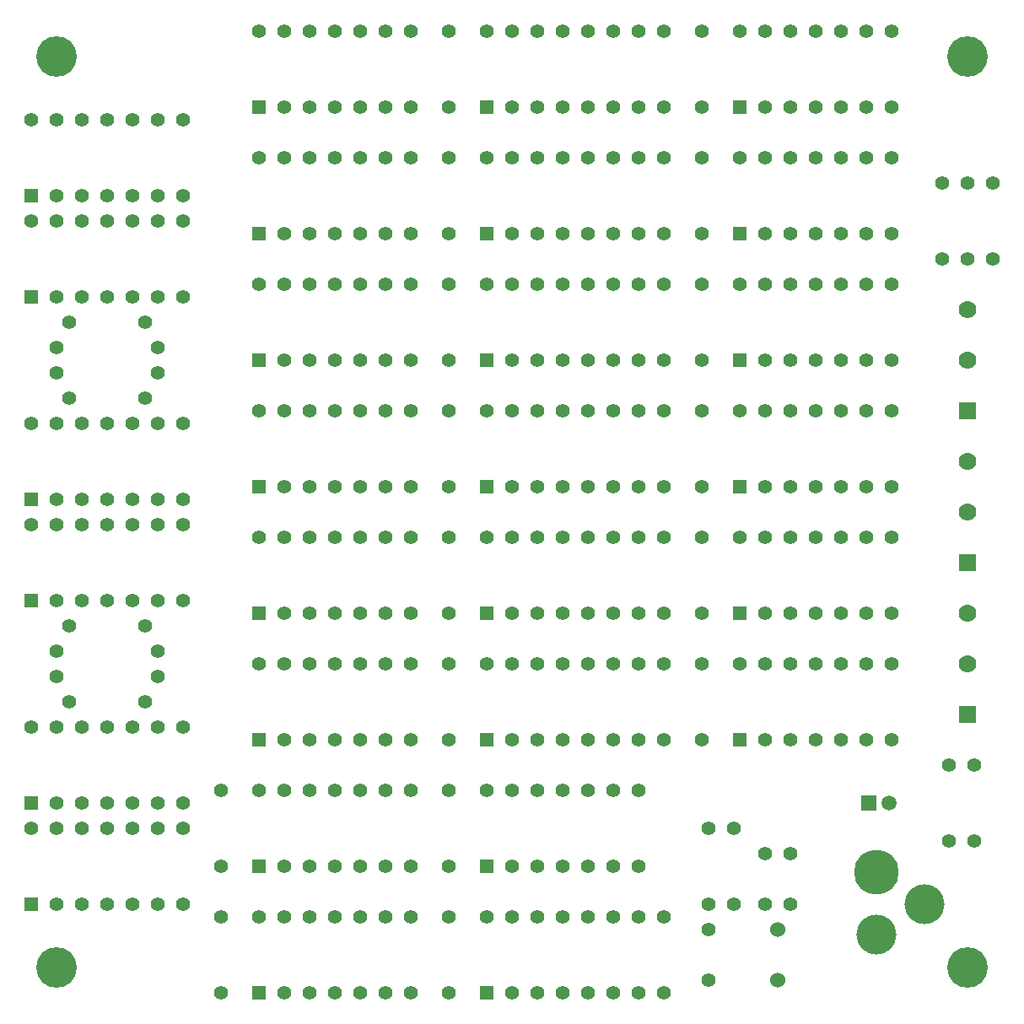
<source format=gbs>
G04 #@! TF.FileFunction,Soldermask,Bot*
%FSLAX46Y46*%
G04 Gerber Fmt 4.6, Leading zero omitted, Abs format (unit mm)*
G04 Created by KiCad (PCBNEW 4.0.7) date 02/26/19 10:17:44*
%MOMM*%
%LPD*%
G01*
G04 APERTURE LIST*
%ADD10C,0.150000*%
%ADD11C,1.397000*%
%ADD12R,1.397000X1.397000*%
%ADD13C,4.064000*%
%ADD14C,4.000000*%
%ADD15C,4.500000*%
%ADD16C,1.524000*%
%ADD17R,1.778000X1.778000*%
%ADD18C,1.778000*%
%ADD19R,1.490980X1.490980*%
%ADD20C,1.490980*%
G04 APERTURE END LIST*
D10*
D11*
X90170000Y-113030000D03*
X82550000Y-113030000D03*
X82550000Y-120650000D03*
X90170000Y-120650000D03*
X90170000Y-82550000D03*
X82550000Y-82550000D03*
X82550000Y-90170000D03*
X90170000Y-90170000D03*
X172720000Y-76200000D03*
X172720000Y-68580000D03*
X175260000Y-76200000D03*
X175260000Y-68580000D03*
X149225000Y-133350000D03*
X149225000Y-140970000D03*
X146685000Y-140970000D03*
X146685000Y-133350000D03*
X170180000Y-76200000D03*
X170180000Y-68580000D03*
X173355000Y-127000000D03*
X173355000Y-134620000D03*
X170815000Y-127000000D03*
X170815000Y-134620000D03*
X81280000Y-87630000D03*
X81280000Y-85090000D03*
X91440000Y-87630000D03*
X91440000Y-85090000D03*
X81280000Y-118110000D03*
X81280000Y-115570000D03*
X91440000Y-118110000D03*
X91440000Y-115570000D03*
D12*
X124460000Y-60960000D03*
D11*
X127000000Y-60960000D03*
X129540000Y-60960000D03*
X132080000Y-60960000D03*
X134620000Y-60960000D03*
X137160000Y-60960000D03*
X139700000Y-60960000D03*
X142240000Y-60960000D03*
X142240000Y-53340000D03*
X139700000Y-53340000D03*
X137160000Y-53340000D03*
X134620000Y-53340000D03*
X132080000Y-53340000D03*
X129540000Y-53340000D03*
X127000000Y-53340000D03*
X124460000Y-53340000D03*
D12*
X124460000Y-149860000D03*
D11*
X127000000Y-149860000D03*
X129540000Y-149860000D03*
X132080000Y-149860000D03*
X134620000Y-149860000D03*
X137160000Y-149860000D03*
X139700000Y-149860000D03*
X142240000Y-149860000D03*
X142240000Y-142240000D03*
X139700000Y-142240000D03*
X137160000Y-142240000D03*
X134620000Y-142240000D03*
X132080000Y-142240000D03*
X129540000Y-142240000D03*
X127000000Y-142240000D03*
X124460000Y-142240000D03*
D12*
X124460000Y-124460000D03*
D11*
X127000000Y-124460000D03*
X129540000Y-124460000D03*
X132080000Y-124460000D03*
X134620000Y-124460000D03*
X137160000Y-124460000D03*
X139700000Y-124460000D03*
X142240000Y-124460000D03*
X142240000Y-116840000D03*
X139700000Y-116840000D03*
X137160000Y-116840000D03*
X134620000Y-116840000D03*
X132080000Y-116840000D03*
X129540000Y-116840000D03*
X127000000Y-116840000D03*
X124460000Y-116840000D03*
D12*
X124460000Y-111760000D03*
D11*
X127000000Y-111760000D03*
X129540000Y-111760000D03*
X132080000Y-111760000D03*
X134620000Y-111760000D03*
X137160000Y-111760000D03*
X139700000Y-111760000D03*
X142240000Y-111760000D03*
X142240000Y-104140000D03*
X139700000Y-104140000D03*
X137160000Y-104140000D03*
X134620000Y-104140000D03*
X132080000Y-104140000D03*
X129540000Y-104140000D03*
X127000000Y-104140000D03*
X124460000Y-104140000D03*
D12*
X124460000Y-99060000D03*
D11*
X127000000Y-99060000D03*
X129540000Y-99060000D03*
X132080000Y-99060000D03*
X134620000Y-99060000D03*
X137160000Y-99060000D03*
X139700000Y-99060000D03*
X142240000Y-99060000D03*
X142240000Y-91440000D03*
X139700000Y-91440000D03*
X137160000Y-91440000D03*
X134620000Y-91440000D03*
X132080000Y-91440000D03*
X129540000Y-91440000D03*
X127000000Y-91440000D03*
X124460000Y-91440000D03*
D12*
X124460000Y-86360000D03*
D11*
X127000000Y-86360000D03*
X129540000Y-86360000D03*
X132080000Y-86360000D03*
X134620000Y-86360000D03*
X137160000Y-86360000D03*
X139700000Y-86360000D03*
X142240000Y-86360000D03*
X142240000Y-78740000D03*
X139700000Y-78740000D03*
X137160000Y-78740000D03*
X134620000Y-78740000D03*
X132080000Y-78740000D03*
X129540000Y-78740000D03*
X127000000Y-78740000D03*
X124460000Y-78740000D03*
D12*
X124460000Y-73660000D03*
D11*
X127000000Y-73660000D03*
X129540000Y-73660000D03*
X132080000Y-73660000D03*
X134620000Y-73660000D03*
X137160000Y-73660000D03*
X139700000Y-73660000D03*
X142240000Y-73660000D03*
X142240000Y-66040000D03*
X139700000Y-66040000D03*
X137160000Y-66040000D03*
X134620000Y-66040000D03*
X132080000Y-66040000D03*
X129540000Y-66040000D03*
X127000000Y-66040000D03*
X124460000Y-66040000D03*
D12*
X101600000Y-73660000D03*
D11*
X104140000Y-73660000D03*
X106680000Y-73660000D03*
X109220000Y-73660000D03*
X111760000Y-73660000D03*
X114300000Y-73660000D03*
X116840000Y-73660000D03*
X116840000Y-66040000D03*
X114300000Y-66040000D03*
X111760000Y-66040000D03*
X109220000Y-66040000D03*
X106680000Y-66040000D03*
X104140000Y-66040000D03*
X101600000Y-66040000D03*
D12*
X101600000Y-60960000D03*
D11*
X104140000Y-60960000D03*
X106680000Y-60960000D03*
X109220000Y-60960000D03*
X111760000Y-60960000D03*
X114300000Y-60960000D03*
X116840000Y-60960000D03*
X116840000Y-53340000D03*
X114300000Y-53340000D03*
X111760000Y-53340000D03*
X109220000Y-53340000D03*
X106680000Y-53340000D03*
X104140000Y-53340000D03*
X101600000Y-53340000D03*
D12*
X101600000Y-86360000D03*
D11*
X104140000Y-86360000D03*
X106680000Y-86360000D03*
X109220000Y-86360000D03*
X111760000Y-86360000D03*
X114300000Y-86360000D03*
X116840000Y-86360000D03*
X116840000Y-78740000D03*
X114300000Y-78740000D03*
X111760000Y-78740000D03*
X109220000Y-78740000D03*
X106680000Y-78740000D03*
X104140000Y-78740000D03*
X101600000Y-78740000D03*
D12*
X101600000Y-99060000D03*
D11*
X104140000Y-99060000D03*
X106680000Y-99060000D03*
X109220000Y-99060000D03*
X111760000Y-99060000D03*
X114300000Y-99060000D03*
X116840000Y-99060000D03*
X116840000Y-91440000D03*
X114300000Y-91440000D03*
X111760000Y-91440000D03*
X109220000Y-91440000D03*
X106680000Y-91440000D03*
X104140000Y-91440000D03*
X101600000Y-91440000D03*
D12*
X101600000Y-111760000D03*
D11*
X104140000Y-111760000D03*
X106680000Y-111760000D03*
X109220000Y-111760000D03*
X111760000Y-111760000D03*
X114300000Y-111760000D03*
X116840000Y-111760000D03*
X116840000Y-104140000D03*
X114300000Y-104140000D03*
X111760000Y-104140000D03*
X109220000Y-104140000D03*
X106680000Y-104140000D03*
X104140000Y-104140000D03*
X101600000Y-104140000D03*
D12*
X101600000Y-124460000D03*
D11*
X104140000Y-124460000D03*
X106680000Y-124460000D03*
X109220000Y-124460000D03*
X111760000Y-124460000D03*
X114300000Y-124460000D03*
X116840000Y-124460000D03*
X116840000Y-116840000D03*
X114300000Y-116840000D03*
X111760000Y-116840000D03*
X109220000Y-116840000D03*
X106680000Y-116840000D03*
X104140000Y-116840000D03*
X101600000Y-116840000D03*
D12*
X124460000Y-137160000D03*
D11*
X127000000Y-137160000D03*
X129540000Y-137160000D03*
X132080000Y-137160000D03*
X134620000Y-137160000D03*
X137160000Y-137160000D03*
X139700000Y-137160000D03*
X139700000Y-129540000D03*
X137160000Y-129540000D03*
X134620000Y-129540000D03*
X132080000Y-129540000D03*
X129540000Y-129540000D03*
X127000000Y-129540000D03*
X124460000Y-129540000D03*
D12*
X101600000Y-149860000D03*
D11*
X104140000Y-149860000D03*
X106680000Y-149860000D03*
X109220000Y-149860000D03*
X111760000Y-149860000D03*
X114300000Y-149860000D03*
X116840000Y-149860000D03*
X116840000Y-142240000D03*
X114300000Y-142240000D03*
X111760000Y-142240000D03*
X109220000Y-142240000D03*
X106680000Y-142240000D03*
X104140000Y-142240000D03*
X101600000Y-142240000D03*
D12*
X101600000Y-137160000D03*
D11*
X104140000Y-137160000D03*
X106680000Y-137160000D03*
X109220000Y-137160000D03*
X111760000Y-137160000D03*
X114300000Y-137160000D03*
X116840000Y-137160000D03*
X116840000Y-129540000D03*
X114300000Y-129540000D03*
X111760000Y-129540000D03*
X109220000Y-129540000D03*
X106680000Y-129540000D03*
X104140000Y-129540000D03*
X101600000Y-129540000D03*
D12*
X149860000Y-124460000D03*
D11*
X152400000Y-124460000D03*
X154940000Y-124460000D03*
X157480000Y-124460000D03*
X160020000Y-124460000D03*
X162560000Y-124460000D03*
X165100000Y-124460000D03*
X165100000Y-116840000D03*
X162560000Y-116840000D03*
X160020000Y-116840000D03*
X157480000Y-116840000D03*
X154940000Y-116840000D03*
X152400000Y-116840000D03*
X149860000Y-116840000D03*
D12*
X149860000Y-111760000D03*
D11*
X152400000Y-111760000D03*
X154940000Y-111760000D03*
X157480000Y-111760000D03*
X160020000Y-111760000D03*
X162560000Y-111760000D03*
X165100000Y-111760000D03*
X165100000Y-104140000D03*
X162560000Y-104140000D03*
X160020000Y-104140000D03*
X157480000Y-104140000D03*
X154940000Y-104140000D03*
X152400000Y-104140000D03*
X149860000Y-104140000D03*
D12*
X149860000Y-99060000D03*
D11*
X152400000Y-99060000D03*
X154940000Y-99060000D03*
X157480000Y-99060000D03*
X160020000Y-99060000D03*
X162560000Y-99060000D03*
X165100000Y-99060000D03*
X165100000Y-91440000D03*
X162560000Y-91440000D03*
X160020000Y-91440000D03*
X157480000Y-91440000D03*
X154940000Y-91440000D03*
X152400000Y-91440000D03*
X149860000Y-91440000D03*
D12*
X149860000Y-86360000D03*
D11*
X152400000Y-86360000D03*
X154940000Y-86360000D03*
X157480000Y-86360000D03*
X160020000Y-86360000D03*
X162560000Y-86360000D03*
X165100000Y-86360000D03*
X165100000Y-78740000D03*
X162560000Y-78740000D03*
X160020000Y-78740000D03*
X157480000Y-78740000D03*
X154940000Y-78740000D03*
X152400000Y-78740000D03*
X149860000Y-78740000D03*
D12*
X149860000Y-73660000D03*
D11*
X152400000Y-73660000D03*
X154940000Y-73660000D03*
X157480000Y-73660000D03*
X160020000Y-73660000D03*
X162560000Y-73660000D03*
X165100000Y-73660000D03*
X165100000Y-66040000D03*
X162560000Y-66040000D03*
X160020000Y-66040000D03*
X157480000Y-66040000D03*
X154940000Y-66040000D03*
X152400000Y-66040000D03*
X149860000Y-66040000D03*
D12*
X149860000Y-60960000D03*
D11*
X152400000Y-60960000D03*
X154940000Y-60960000D03*
X157480000Y-60960000D03*
X160020000Y-60960000D03*
X162560000Y-60960000D03*
X165100000Y-60960000D03*
X165100000Y-53340000D03*
X162560000Y-53340000D03*
X160020000Y-53340000D03*
X157480000Y-53340000D03*
X154940000Y-53340000D03*
X152400000Y-53340000D03*
X149860000Y-53340000D03*
D13*
X81280000Y-147320000D03*
X172720000Y-55880000D03*
X172720000Y-147320000D03*
X81280000Y-55880000D03*
D14*
X163600000Y-144000000D03*
D15*
X163600000Y-137799860D03*
D14*
X168400600Y-141000260D03*
D11*
X146685000Y-143510000D03*
X146685000Y-148590000D03*
D16*
X153670000Y-143510000D03*
X153670000Y-148590000D03*
D12*
X78740000Y-69850000D03*
D11*
X81280000Y-69850000D03*
X83820000Y-69850000D03*
X86360000Y-69850000D03*
X88900000Y-69850000D03*
X91440000Y-69850000D03*
X93980000Y-69850000D03*
X93980000Y-62230000D03*
X91440000Y-62230000D03*
X88900000Y-62230000D03*
X86360000Y-62230000D03*
X83820000Y-62230000D03*
X81280000Y-62230000D03*
X78740000Y-62230000D03*
D12*
X78740000Y-140970000D03*
D11*
X81280000Y-140970000D03*
X83820000Y-140970000D03*
X86360000Y-140970000D03*
X88900000Y-140970000D03*
X91440000Y-140970000D03*
X93980000Y-140970000D03*
X93980000Y-133350000D03*
X91440000Y-133350000D03*
X88900000Y-133350000D03*
X86360000Y-133350000D03*
X83820000Y-133350000D03*
X81280000Y-133350000D03*
X78740000Y-133350000D03*
D12*
X78740000Y-80010000D03*
D11*
X81280000Y-80010000D03*
X83820000Y-80010000D03*
X86360000Y-80010000D03*
X88900000Y-80010000D03*
X91440000Y-80010000D03*
X93980000Y-80010000D03*
X93980000Y-72390000D03*
X91440000Y-72390000D03*
X88900000Y-72390000D03*
X86360000Y-72390000D03*
X83820000Y-72390000D03*
X81280000Y-72390000D03*
X78740000Y-72390000D03*
D12*
X78740000Y-100330000D03*
D11*
X81280000Y-100330000D03*
X83820000Y-100330000D03*
X86360000Y-100330000D03*
X88900000Y-100330000D03*
X91440000Y-100330000D03*
X93980000Y-100330000D03*
X93980000Y-92710000D03*
X91440000Y-92710000D03*
X88900000Y-92710000D03*
X86360000Y-92710000D03*
X83820000Y-92710000D03*
X81280000Y-92710000D03*
X78740000Y-92710000D03*
D12*
X78740000Y-110490000D03*
D11*
X81280000Y-110490000D03*
X83820000Y-110490000D03*
X86360000Y-110490000D03*
X88900000Y-110490000D03*
X91440000Y-110490000D03*
X93980000Y-110490000D03*
X93980000Y-102870000D03*
X91440000Y-102870000D03*
X88900000Y-102870000D03*
X86360000Y-102870000D03*
X83820000Y-102870000D03*
X81280000Y-102870000D03*
X78740000Y-102870000D03*
D12*
X78740000Y-130810000D03*
D11*
X81280000Y-130810000D03*
X83820000Y-130810000D03*
X86360000Y-130810000D03*
X88900000Y-130810000D03*
X91440000Y-130810000D03*
X93980000Y-130810000D03*
X93980000Y-123190000D03*
X91440000Y-123190000D03*
X88900000Y-123190000D03*
X86360000Y-123190000D03*
X83820000Y-123190000D03*
X81280000Y-123190000D03*
X78740000Y-123190000D03*
D17*
X172720000Y-91440000D03*
D18*
X172720000Y-86360000D03*
X172720000Y-81280000D03*
D17*
X172720000Y-106680000D03*
D18*
X172720000Y-101600000D03*
X172720000Y-96520000D03*
D17*
X172720000Y-121920000D03*
D18*
X172720000Y-116840000D03*
X172720000Y-111760000D03*
D19*
X162829240Y-130810000D03*
D20*
X164830760Y-130810000D03*
D11*
X120650000Y-91440000D03*
X120650000Y-99060000D03*
X120650000Y-142240000D03*
X120650000Y-149860000D03*
X97790000Y-129540000D03*
X97790000Y-137160000D03*
X120650000Y-129540000D03*
X120650000Y-137160000D03*
X97790000Y-142240000D03*
X97790000Y-149860000D03*
X120650000Y-66040000D03*
X120650000Y-73660000D03*
X120650000Y-78740000D03*
X120650000Y-86360000D03*
X146050000Y-111760000D03*
X146050000Y-104140000D03*
X120650000Y-104140000D03*
X120650000Y-111760000D03*
X120650000Y-116840000D03*
X120650000Y-124460000D03*
X146050000Y-60960000D03*
X146050000Y-53340000D03*
X146050000Y-73660000D03*
X146050000Y-66040000D03*
X146050000Y-86360000D03*
X146050000Y-78740000D03*
X146050000Y-99060000D03*
X146050000Y-91440000D03*
X146050000Y-124460000D03*
X146050000Y-116840000D03*
X120650000Y-53340000D03*
X120650000Y-60960000D03*
X154940000Y-140970000D03*
X152400000Y-140970000D03*
X154940000Y-135890000D03*
X152400000Y-135890000D03*
M02*

</source>
